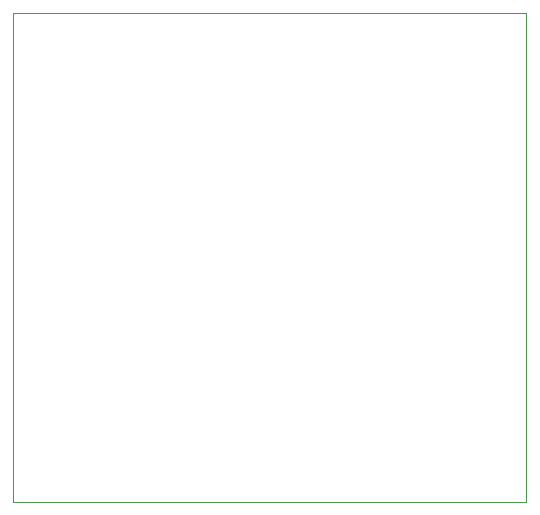
<source format=gm1>
G04 #@! TF.GenerationSoftware,KiCad,Pcbnew,(6.0.0)*
G04 #@! TF.CreationDate,2022-08-05T10:14:30-07:00*
G04 #@! TF.ProjectId,strain_guage,73747261-696e-45f6-9775-6167652e6b69,rev?*
G04 #@! TF.SameCoordinates,Original*
G04 #@! TF.FileFunction,Profile,NP*
%FSLAX46Y46*%
G04 Gerber Fmt 4.6, Leading zero omitted, Abs format (unit mm)*
G04 Created by KiCad (PCBNEW (6.0.0)) date 2022-08-05 10:14:30*
%MOMM*%
%LPD*%
G01*
G04 APERTURE LIST*
G04 #@! TA.AperFunction,Profile*
%ADD10C,0.100000*%
G04 #@! TD*
G04 APERTURE END LIST*
D10*
X95631000Y-115951000D02*
X139065000Y-115951000D01*
X139065000Y-115951000D02*
X139065000Y-157353000D01*
X139065000Y-157353000D02*
X95631000Y-157353000D01*
X95631000Y-157353000D02*
X95631000Y-115951000D01*
M02*

</source>
